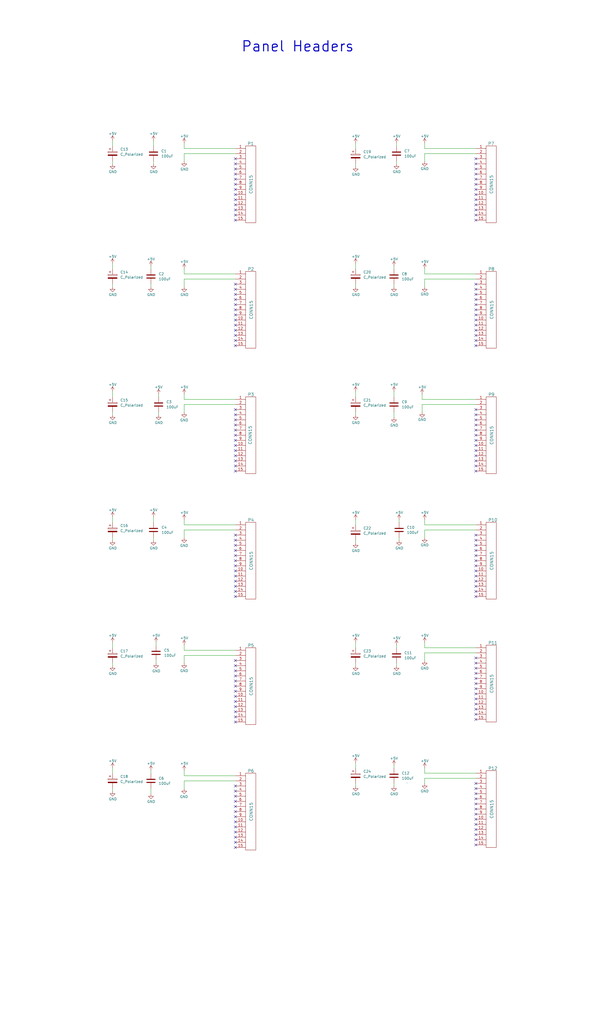
<source format=kicad_sch>
(kicad_sch (version 20250114) (generator "eeschema") (generator_version "9.0")
  (paper "User" 304.8 508)
  (title_block (title "Arena 12-12 G4.1 Belt :: Modular LED Display") (date "2025-07-24") (rev "v0.1") (company "MCN-NET @ Janelia"))
  (lib_symbols
    (symbol "Device:C" (pin_numbers (hide yes)) (pin_names (offset 0.254))
      (property "Reference" "C" (at 0.635 2.54 0))
      (property "Value" "C" (at 0.635 -2.54 0))
      (symbol "C_0_1"
        (polyline (pts (xy -2.032 0.762) (xy 2.032 0.762)) (stroke (width 0.508)))
        (polyline (pts (xy -2.032 -0.762) (xy 2.032 -0.762)) (stroke (width 0.508)))
      )
      (symbol "C_1_1"
        (pin passive line (at 0 3.81 270) (length 2.794) (name "~") (number "1"))
        (pin passive line (at 0 -3.81 90) (length 2.794) (name "~") (number "2"))
      )
    )
    (symbol "Device:C_Polarized" (pin_numbers (hide yes)) (pin_names (offset 0.254))
      (property "Reference" "C" (at 0.635 2.54 0))
      (property "Value" "C_Polarized" (at 0.635 -2.54 0))
      (symbol "C_Polarized_0_1"
        (rectangle (start -2.286 0.508) (end 2.286 1.016))
        (polyline (pts (xy -1.778 2.286) (xy -0.762 2.286)))
        (polyline (pts (xy -1.27 2.794) (xy -1.27 1.778)))
        (rectangle (start 2.286 -0.508) (end -2.286 -1.016) (fill (type outline)))
      )
      (symbol "C_Polarized_1_1"
        (pin passive line (at 0 3.81 270) (length 2.794) (name "~") (number "1"))
        (pin passive line (at 0 -3.81 90) (length 2.794) (name "~") (number "2"))
      )
    )
    (symbol "arena_custom:CONN15" (pin_names (offset 1.016))
      (property "Reference" "P" (at -17.78 6.35 0))
      (property "Value" "CONN15" (at 13.97 6.35 0))
      (symbol "CONN15_0_1"
        (rectangle (start -19.05 5.08) (end 19.05 0))
      )
      (symbol "CONN15_1_1"
        (pin passive line (at -17.78 -5.08 90) (length 5.08) (name "~") (number "1"))
        (pin passive line (at -15.24 -5.08 90) (length 5.08) (name "~") (number "2"))
        (pin passive line (at -12.7 -5.08 90) (length 5.08) (name "~") (number "3"))
        (pin passive line (at -10.16 -5.08 90) (length 5.08) (name "~") (number "4"))
        (pin passive line (at -7.62 -5.08 90) (length 5.08) (name "~") (number "5"))
        (pin passive line (at -5.08 -5.08 90) (length 5.08) (name "~") (number "6"))
        (pin passive line (at -2.54 -5.08 90) (length 5.08) (name "~") (number "7"))
        (pin passive line (at 0 -5.08 90) (length 5.08) (name "~") (number "8"))
        (pin passive line (at 2.54 -5.08 90) (length 5.08) (name "~") (number "9"))
        (pin passive line (at 5.08 -5.08 90) (length 5.08) (name "~") (number "10"))
        (pin passive line (at 7.62 -5.08 90) (length 5.08) (name "~") (number "11"))
        (pin passive line (at 10.16 -5.08 90) (length 5.08) (name "~") (number "12"))
        (pin passive line (at 12.7 -5.08 90) (length 5.08) (name "~") (number "13"))
        (pin passive line (at 15.24 -5.08 90) (length 5.08) (name "~") (number "14"))
        (pin passive line (at 17.78 -5.08 90) (length 5.08) (name "~") (number "15"))
      )
    )
    (symbol "power:+5V" (power) (pin_names (offset 0))
      (property "Value" "+5V" (at 0 3.556 0))
      (symbol "+5V_0_1"
        (polyline (pts (xy -0.762 1.27) (xy 0 2.54)))
        (polyline (pts (xy 0 2.54) (xy 0.762 1.27)))
        (polyline (pts (xy 0 0) (xy 0 2.54)))
      )
      (symbol "+5V_1_1"
        (pin power_in line (at 0 0 90) (length 0) (hide yes) (name "+5V") (number "1"))
      )
    )
    (symbol "power:GND" (power) (pin_names (offset 0))
      (property "Value" "GND" (at 0 -3.81 0))
      (symbol "GND_0_1"
        (polyline (pts (xy 0 0) (xy 0 -1.27) (xy 1.27 -1.27) (xy 0 -2.54) (xy -1.27 -1.27) (xy 0 -1.27)))
      )
      (symbol "GND_1_1"
        (pin power_in line (at 0 0 270) (length 0) (hide yes) (name "GND") (number "1"))
      )
    )
  )
  (bus_alias "PAN3V" (members "RESET" "SCK_0" "MOSI_0" "MISO_0" "SCK_1" "MOSI_1" "MISO_1" "CS_00" "CS_01" "CS_02" "CS_03" "CS_04" "CS_05" "CS_06" "CS_07" "CS_08" "CS_09" "CS_10" "CS_11" "CS_12" "CS_13" "CS_14" "CS_15" "CS_16" "CS_17" "CS_18" "CS_19" "CS_20" "CS_21" "CS_22" "CS_23" "CS_24" "CS_25" "CS_26" "CS_27" "CS_28" "CS_29" "EXT_INT"))
  (bus_alias "PAN5V" (members "SCK_0_P1" "SCK_0_P2" "SCK_0_P3" "SCK_0_P4" "SCK_0_P5" "SCK_0_P5" "SCK_0_P6" "MOSI_0_P1" "MOSI_0_P2" "MOSI_0_P3" "MOSI_0_P4" "MOSI_0_P5" "MOSI_0_P6" "SCK_1_P7" "SCK_1_P8" "SCK_1_P9" "SCK_1_P10" "SCK_1_P11" "SCK_1_P12" "MOSI_1_P7" "MOSI_1_P8" "MOSI_1_P9" "MOSI_1_P10" "MOSI_1_P11" "MOSI_1_P12" "CS_00_P1" "CS_00_P7" "CS_01_P1" "CS_01_P7" "CS_02_P1" "CS_02_P7" "CS_03_P1" "CS_03_P7" "CS_04_P1" "CS_04_P7" "CS_05_P2" "CS_05_P8" "CS_06_P2" "CS_06_P8" "CS_07_P2" "CS_07_P8" "CS_08_P2" "CS_08_P8" "CS_09_P2" "CS_09_P8" "CS_10_P3" "CS_10_P9" "CS_11_P3" "CS_11_P9" "CS_12_P3" "CS_12_P9" "CS_13_P3" "CS_13_P9" "CS_14_P3" "CS_14_P9" "CS_15_P4" "CS_15_P10" "CS_16_P4" "CS_16_P10" "CS_17_P4" "CS_17_P10" "CS_18_P4" "CS_18_P10" "CS_19_P4" "CS_19_P10" "CS_20_P5" "CS_20_P11" "CS_21_P5" "CS_21_P11" "CS_22_P5" "CS_22_P11" "CS_23_P5" "CS_23_P11" "CS_24_P5" "CS_24_P11" "CS_25_P6" "CS_25_P12" "CS_26_P6" "CS_26_P12" "CS_27_P6" "CS_27_P12" "CS_28_P6" "CS_28_P12" "CS_29_P6" "CS_29_P12" "MISO_0" "MISO_1" "RESET" "EXT_INT"))
  (text "Panel Headers" (at 119.634 26.162 0) (effects (font (size 5.08 5.08) (thickness 0.508) (bold yes)) (justify left bottom)))
  (no_connect (at 236.22 208.28))
  (no_connect (at 116.84 140.97))
  (no_connect (at 236.22 267.97))
  (no_connect (at 116.84 78.74))
  (no_connect (at 116.84 101.6))
  (no_connect (at 116.84 358.14))
  (no_connect (at 236.22 153.67))
  (no_connect (at 236.22 393.7))
  (no_connect (at 236.22 403.86))
  (no_connect (at 116.84 389.89))
  (no_connect (at 116.84 267.97))
  (no_connect (at 236.22 326.39))
  (no_connect (at 116.84 412.75))
  (no_connect (at 116.84 153.67))
  (no_connect (at 236.22 354.33))
  (no_connect (at 236.22 93.98))
  (no_connect (at 236.22 109.22))
  (no_connect (at 236.22 213.36))
  (no_connect (at 116.84 148.59))
  (no_connect (at 116.84 273.05))
  (no_connect (at 116.84 213.36))
  (no_connect (at 116.84 392.43))
  (no_connect (at 116.84 96.52))
  (no_connect (at 116.84 106.68))
  (no_connect (at 236.22 163.83))
  (no_connect (at 116.84 283.21))
  (no_connect (at 236.22 215.9))
  (no_connect (at 236.22 280.67))
  (no_connect (at 236.22 143.51))
  (no_connect (at 116.84 275.59))
  (no_connect (at 236.22 166.37))
  (no_connect (at 116.84 353.06))
  (no_connect (at 236.22 346.71))
  (no_connect (at 116.84 158.75))
  (no_connect (at 236.22 293.37))
  (no_connect (at 116.84 143.51))
  (no_connect (at 116.84 171.45))
  (no_connect (at 116.84 290.83))
  (no_connect (at 236.22 275.59))
  (no_connect (at 116.84 91.44))
  (no_connect (at 236.22 88.9))
  (no_connect (at 116.84 265.43))
  (no_connect (at 236.22 78.74))
  (no_connect (at 116.84 231.14))
  (no_connect (at 116.84 228.6))
  (no_connect (at 116.84 86.36))
  (no_connect (at 116.84 203.2))
  (no_connect (at 116.84 280.67))
  (no_connect (at 116.84 109.22))
  (no_connect (at 116.84 270.51))
  (no_connect (at 236.22 265.43))
  (no_connect (at 236.22 210.82))
  (no_connect (at 116.84 93.98))
  (no_connect (at 116.84 210.82))
  (no_connect (at 116.84 394.97))
  (no_connect (at 236.22 148.59))
  (no_connect (at 116.84 146.05))
  (no_connect (at 116.84 350.52))
  (no_connect (at 116.84 168.91))
  (no_connect (at 236.22 388.62))
  (no_connect (at 236.22 414.02))
  (no_connect (at 116.84 226.06))
  (no_connect (at 236.22 290.83))
  (no_connect (at 116.84 99.06))
  (no_connect (at 236.22 146.05))
  (no_connect (at 236.22 96.52))
  (no_connect (at 236.22 99.06))
  (no_connect (at 116.84 278.13))
  (no_connect (at 236.22 356.87))
  (no_connect (at 116.84 288.29))
  (no_connect (at 236.22 288.29))
  (no_connect (at 116.84 340.36))
  (no_connect (at 116.84 295.91))
  (no_connect (at 116.84 208.28))
  (no_connect (at 236.22 83.82))
  (no_connect (at 116.84 327.66))
  (no_connect (at 236.22 231.14))
  (no_connect (at 236.22 158.75))
  (no_connect (at 236.22 273.05))
  (no_connect (at 236.22 398.78))
  (no_connect (at 236.22 411.48))
  (no_connect (at 116.84 81.28))
  (no_connect (at 116.84 83.82))
  (no_connect (at 116.84 420.37))
  (no_connect (at 116.84 400.05))
  (no_connect (at 236.22 331.47))
  (no_connect (at 236.22 205.74))
  (no_connect (at 236.22 328.93))
  (no_connect (at 236.22 140.97))
  (no_connect (at 116.84 104.14))
  (no_connect (at 116.84 205.74))
  (no_connect (at 236.22 104.14))
  (no_connect (at 236.22 295.91))
  (no_connect (at 116.84 163.83))
  (no_connect (at 236.22 334.01))
  (no_connect (at 116.84 293.37))
  (no_connect (at 116.84 397.51))
  (no_connect (at 236.22 416.56))
  (no_connect (at 236.22 171.45))
  (no_connect (at 236.22 339.09))
  (no_connect (at 116.84 345.44))
  (no_connect (at 236.22 203.2))
  (no_connect (at 236.22 161.29))
  (no_connect (at 236.22 401.32))
  (no_connect (at 116.84 405.13))
  (no_connect (at 116.84 347.98))
  (no_connect (at 236.22 106.68))
  (no_connect (at 236.22 226.06))
  (no_connect (at 116.84 332.74))
  (no_connect (at 116.84 335.28))
  (no_connect (at 116.84 415.29))
  (no_connect (at 236.22 408.94))
  (no_connect (at 116.84 161.29))
  (no_connect (at 116.84 330.2))
  (no_connect (at 236.22 419.1))
  (no_connect (at 236.22 396.24))
  (no_connect (at 236.22 86.36))
  (no_connect (at 236.22 391.16))
  (no_connect (at 116.84 220.98))
  (no_connect (at 236.22 228.6))
  (no_connect (at 236.22 233.68))
  (no_connect (at 116.84 223.52))
  (no_connect (at 236.22 218.44))
  (no_connect (at 236.22 220.98))
  (no_connect (at 116.84 285.75))
  (no_connect (at 116.84 410.21))
  (no_connect (at 236.22 351.79))
  (no_connect (at 116.84 218.44))
  (no_connect (at 236.22 101.6))
  (no_connect (at 116.84 407.67))
  (no_connect (at 116.84 337.82))
  (no_connect (at 236.22 151.13))
  (no_connect (at 236.22 336.55))
  (no_connect (at 116.84 156.21))
  (no_connect (at 236.22 349.25))
  (no_connect (at 116.84 417.83))
  (no_connect (at 116.84 233.68))
  (no_connect (at 236.22 406.4))
  (no_connect (at 236.22 223.52))
  (no_connect (at 116.84 215.9))
  (no_connect (at 116.84 342.9))
  (no_connect (at 116.84 151.13))
  (no_connect (at 116.84 402.59))
  (no_connect (at 236.22 91.44))
  (no_connect (at 236.22 278.13))
  (no_connect (at 236.22 341.63))
  (no_connect (at 236.22 283.21))
  (no_connect (at 116.84 166.37))
  (no_connect (at 236.22 156.21))
  (no_connect (at 236.22 81.28))
  (no_connect (at 116.84 88.9))
  (no_connect (at 236.22 168.91))
  (no_connect (at 236.22 344.17))
  (no_connect (at 236.22 270.51))
  (no_connect (at 236.22 285.75))
  (no_connect (at 116.84 355.6))
  (wire (pts (xy 198.12 257.81) (xy 198.12 259.08)))
  (wire (pts (xy 176.53 257.81) (xy 176.53 260.35)))
  (wire (pts (xy 210.82 386.08) (xy 236.22 386.08)))
  (wire (pts (xy 91.44 384.81) (xy 116.84 384.81)))
  (wire (pts (xy 210.82 323.85) (xy 210.82 327.66)))
  (wire (pts (xy 91.44 195.58) (xy 91.44 198.12)))
  (wire (pts (xy 195.58 142.24) (xy 195.58 140.97)))
  (wire (pts (xy 91.44 325.12) (xy 91.44 328.93)))
  (wire (pts (xy 91.44 262.89) (xy 91.44 266.7)))
  (wire (pts (xy 55.88 381) (xy 55.88 383.54)))
  (wire (pts (xy 91.44 198.12) (xy 116.84 198.12)))
  (wire (pts (xy 55.88 318.77) (xy 55.88 321.31)))
  (wire (pts (xy 91.44 322.58) (xy 116.84 322.58)))
  (wire (pts (xy 91.44 320.04) (xy 91.44 322.58)))
  (wire (pts (xy 91.44 387.35) (xy 116.84 387.35)))
  (wire (pts (xy 176.53 130.81) (xy 176.53 133.35)))
  (wire (pts (xy 196.85 320.04) (xy 196.85 321.31)))
  (wire (pts (xy 209.55 195.58) (xy 209.55 198.12)))
  (wire (pts (xy 76.2 80.01) (xy 76.2 81.28)))
  (wire (pts (xy 209.55 200.66) (xy 209.55 204.47)))
  (wire (pts (xy 91.44 382.27) (xy 91.44 384.81)))
  (wire (pts (xy 91.44 260.35) (xy 116.84 260.35)))
  (wire (pts (xy 55.88 328.93) (xy 55.88 330.2)))
  (wire (pts (xy 91.44 133.35) (xy 91.44 135.89)))
  (wire (pts (xy 176.53 388.62) (xy 176.53 389.89)))
  (wire (pts (xy 196.85 80.01) (xy 196.85 81.28)))
  (wire (pts (xy 55.88 130.81) (xy 55.88 133.35)))
  (wire (pts (xy 210.82 71.12) (xy 210.82 73.66)))
  (wire (pts (xy 91.44 200.66) (xy 116.84 200.66)))
  (wire (pts (xy 74.93 391.16) (xy 74.93 393.7)))
  (wire (pts (xy 176.53 318.77) (xy 176.53 321.31)))
  (wire (pts (xy 76.2 69.85) (xy 76.2 72.39)))
  (polyline (pts (xy 202.057 388.366) (xy 202.057 388.493)))
  (wire (pts (xy 176.53 81.28) (xy 176.53 82.55)))
  (wire (pts (xy 198.12 266.7) (xy 198.12 267.97)))
  (wire (pts (xy 196.85 328.93) (xy 196.85 330.2)))
  (wire (pts (xy 195.58 379.73) (xy 195.58 381)))
  (wire (pts (xy 55.88 140.97) (xy 55.88 142.24)))
  (wire (pts (xy 74.93 382.27) (xy 74.93 383.54)))
  (wire (pts (xy 210.82 138.43) (xy 236.22 138.43)))
  (wire (pts (xy 210.82 257.81) (xy 210.82 260.35)))
  (wire (pts (xy 210.82 73.66) (xy 236.22 73.66)))
  (wire (pts (xy 91.44 73.66) (xy 116.84 73.66)))
  (wire (pts (xy 176.53 71.12) (xy 176.53 73.66)))
  (wire (pts (xy 91.44 262.89) (xy 116.84 262.89)))
  (wire (pts (xy 209.55 200.66) (xy 236.22 200.66)))
  (wire (pts (xy 78.74 195.58) (xy 78.74 196.85)))
  (wire (pts (xy 210.82 321.31) (xy 236.22 321.31)))
  (wire (pts (xy 210.82 260.35) (xy 236.22 260.35)))
  (wire (pts (xy 91.44 138.43) (xy 116.84 138.43)))
  (wire (pts (xy 55.88 266.7) (xy 55.88 267.97)))
  (wire (pts (xy 210.82 386.08) (xy 210.82 388.62)))
  (wire (pts (xy 210.82 262.89) (xy 210.82 266.7)))
  (wire (pts (xy 78.74 204.47) (xy 78.74 205.74)))
  (wire (pts (xy 210.82 262.89) (xy 236.22 262.89)))
  (wire (pts (xy 77.47 318.77) (xy 77.47 320.04)))
  (wire (pts (xy 55.88 256.54) (xy 55.88 259.08)))
  (wire (pts (xy 209.55 198.12) (xy 236.22 198.12)))
  (wire (pts (xy 91.44 257.81) (xy 91.44 260.35)))
  (wire (pts (xy 210.82 76.2) (xy 210.82 80.01)))
  (wire (pts (xy 210.82 323.85) (xy 236.22 323.85)))
  (wire (pts (xy 55.88 80.01) (xy 55.88 81.28)))
  (wire (pts (xy 176.53 267.97) (xy 176.53 269.24)))
  (wire (pts (xy 210.82 135.89) (xy 236.22 135.89)))
  (wire (pts (xy 210.82 383.54) (xy 236.22 383.54)))
  (wire (pts (xy 195.58 204.47) (xy 195.58 207.01)))
  (wire (pts (xy 74.93 132.08) (xy 74.93 133.35)))
  (wire (pts (xy 176.53 328.93) (xy 176.53 330.2)))
  (wire (pts (xy 195.58 194.31) (xy 195.58 196.85)))
  (wire (pts (xy 210.82 138.43) (xy 210.82 142.24)))
  (wire (pts (xy 91.44 387.35) (xy 91.44 391.16)))
  (wire (pts (xy 76.2 256.54) (xy 76.2 259.08)))
  (wire (pts (xy 91.44 200.66) (xy 91.44 204.47)))
  (wire (pts (xy 91.44 76.2) (xy 91.44 80.01)))
  (wire (pts (xy 210.82 318.77) (xy 210.82 321.31)))
  (wire (pts (xy 176.53 140.97) (xy 176.53 142.24)))
  (wire (pts (xy 91.44 76.2) (xy 116.84 76.2)))
  (wire (pts (xy 195.58 132.08) (xy 195.58 133.35)))
  (wire (pts (xy 210.82 133.35) (xy 210.82 135.89)))
  (wire (pts (xy 176.53 194.31) (xy 176.53 196.85)))
  (wire (pts (xy 91.44 138.43) (xy 91.44 142.24)))
  (wire (pts (xy 76.2 266.7) (xy 76.2 267.97)))
  (wire (pts (xy 210.82 76.2) (xy 236.22 76.2)))
  (wire (pts (xy 77.47 327.66) (xy 77.47 328.93)))
  (wire (pts (xy 74.93 140.97) (xy 74.93 142.24)))
  (wire (pts (xy 196.85 71.12) (xy 196.85 72.39)))
  (wire (pts (xy 210.82 381) (xy 210.82 383.54)))
  (wire (pts (xy 91.44 135.89) (xy 116.84 135.89)))
  (wire (pts (xy 91.44 325.12) (xy 116.84 325.12)))
  (wire (pts (xy 91.44 71.12) (xy 91.44 73.66)))
  (wire (pts (xy 55.88 194.31) (xy 55.88 196.85)))
  (wire (pts (xy 55.88 391.16) (xy 55.88 392.43)))
  (wire (pts (xy 55.88 204.47) (xy 55.88 205.74)))
  (wire (pts (xy 195.58 388.62) (xy 195.58 389.89)))
  (wire (pts (xy 55.88 69.85) (xy 55.88 72.39)))
  (wire (pts (xy 176.53 378.46) (xy 176.53 381)))
  (wire (pts (xy 176.53 204.47) (xy 176.53 205.74)))
  (symbol (lib_id "power:GND") (at 210.82 80.01 0) (unit 1)
    (property "Reference" "#PWR044" (effects (hide yes)))
    (property "Value" "GND" (at 210.82 83.693 0))
  )
  (symbol (lib_id "power:+5V") (at 91.44 382.27 0) (unit 1)
    (property "Reference" "#PWR038" (effects (hide yes)))
    (property "Value" "+5V" (at 91.44 378.714 0))
  )
  (symbol (lib_id "Device:C") (at 195.58 137.16 0) (unit 1)
    (property "Reference" "C8" (at 199.39 135.8899 0) (effects (justify left)))
    (property "Value" "100uF" (at 199.39 138.4299 0) (effects (justify left)))
    (property "Footprint" "Capacitor_SMD:C_1210_3225Metric" (effects (hide yes)))
    (property "Datasheet" "https://www.lcsc.com/datasheet/lcsc_datasheet_2403201122_Chinocera-HGC1210R5107M160NSVK_C7432790.pdf" (effects (hide yes)))
    (property "LCSC Part #" "C7432790" (effects (hide yes)))
    (property "MPN" "HGC1210R5107M160NSVK" (effects (hide yes)))
  )
  (symbol (lib_id "arena_custom:CONN15") (at 121.92 340.36 270) (unit 1)
    (property "Reference" "P5" (at 122.936 320.167 90) (effects (font (size 1.524 1.524)) (justify left)))
    (property "Value" "CONN15" (at 124.714 335.661 0) (effects (font (size 1.524 1.524)) (justify left)))
    (property "Footprint" "Connector_PinHeader_2.54mm:PinHeader_1x15_P2.54mm_Horizontal" (effects (hide yes)))
    (property "Datasheet" "https://lcsc.com/datasheet/lcsc_datasheet_2410121532_chxunda-XDZ254-1-15-W-2-5-G1_C18905875.pdf" (effects (hide yes)))
    (property "DigiKey PN" "S1011EC-40-ND" (effects (hide yes)))
    (property "LCSC Part #" "C18905875" (effects (hide yes)))
    (property "MPN" "XDZ254-1-15-W-2.5-G1" (effects (hide yes)))
  )
  (symbol (lib_id "power:+5V") (at 55.88 318.77 0) (unit 1)
    (property "Reference" "#PWR017" (effects (hide yes)))
    (property "Value" "+5V" (at 55.88 315.214 0))
  )
  (symbol (lib_id "Device:C_Polarized") (at 55.88 76.2 0) (unit 1)
    (property "Reference" "C13" (at 59.69 74.0409 0) (effects (justify left)))
    (property "Value" "C_Polarized" (at 59.69 76.5809 0) (effects (justify left)))
    (property "Footprint" "Capacitor_SMD:CP_Elec_6.3x7.7" (effects (hide yes)))
    (property "Datasheet" "https://octopart.com/datasheet/eeefth101xap-panasonic-19787188" (effects (hide yes)))
    (property "Description" "Polarized capacitor" (effects (hide yes)))
    (property "DigiKey PN" "PCE5024TR-ND" (effects (hide yes)))
    (property "LCSC Part #" "C165974" (effects (hide yes)))
    (property "MPN" "EEEFTH101XAP" (effects (hide yes)))
  )
  (symbol (lib_id "power:GND") (at 91.44 142.24 0) (unit 1)
    (property "Reference" "#PWR051" (effects (hide yes)))
    (property "Value" "GND" (at 91.567 146.177 0))
  )
  (symbol (lib_id "power:GND") (at 74.93 393.7 0) (unit 1)
    (property "Reference" "#PWR090" (effects (hide yes)))
    (property "Value" "GND" (at 75.057 397.637 0))
  )
  (symbol (lib_id "Device:C_Polarized") (at 55.88 200.66 0) (unit 1)
    (property "Reference" "C15" (at 59.69 198.5009 0) (effects (justify left)))
    (property "Value" "C_Polarized" (at 59.69 201.0409 0) (effects (justify left)))
    (property "Footprint" "Capacitor_SMD:CP_Elec_6.3x7.7" (effects (hide yes)))
    (property "Datasheet" "https://octopart.com/datasheet/eeefth101xap-panasonic-19787188" (effects (hide yes)))
    (property "Description" "Polarized capacitor" (effects (hide yes)))
    (property "DigiKey PN" "PCE5024TR-ND" (effects (hide yes)))
    (property "LCSC Part #" "C165974" (effects (hide yes)))
    (property "MPN" "EEEFTH101XAP" (effects (hide yes)))
  )
  (symbol (lib_id "power:+5V") (at 55.88 381 0) (unit 1)
    (property "Reference" "#PWR019" (effects (hide yes)))
    (property "Value" "+5V" (at 55.88 377.444 0))
  )
  (symbol (lib_id "Device:C") (at 198.12 262.89 0) (unit 1)
    (property "Reference" "C10" (at 201.93 261.6199 0) (effects (justify left)))
    (property "Value" "100uF" (at 201.93 264.1599 0) (effects (justify left)))
    (property "Footprint" "Capacitor_SMD:C_1210_3225Metric" (effects (hide yes)))
    (property "Datasheet" "https://www.lcsc.com/datasheet/lcsc_datasheet_2403201122_Chinocera-HGC1210R5107M160NSVK_C7432790.pdf" (effects (hide yes)))
    (property "LCSC Part #" "C7432790" (effects (hide yes)))
    (property "MPN" "HGC1210R5107M160NSVK" (effects (hide yes)))
  )
  (symbol (lib_id "power:GND") (at 195.58 142.24 0) (unit 1)
    (property "Reference" "#PWR094" (effects (hide yes)))
    (property "Value" "GND" (at 195.707 146.177 0))
  )
  (symbol (lib_id "Device:C") (at 76.2 76.2 0) (unit 1)
    (property "Reference" "C1" (at 80.01 74.9299 0) (effects (justify left)))
    (property "Value" "100uF" (at 80.01 77.4699 0) (effects (justify left)))
    (property "Footprint" "Capacitor_SMD:C_1210_3225Metric" (effects (hide yes)))
    (property "Datasheet" "https://www.lcsc.com/datasheet/lcsc_datasheet_2403201122_Chinocera-HGC1210R5107M160NSVK_C7432790.pdf" (effects (hide yes)))
    (property "LCSC Part #" "C7432790" (effects (hide yes)))
    (property "MPN" "HGC1210R5107M160NSVK" (effects (hide yes)))
  )
  (symbol (lib_id "power:+5V") (at 195.58 132.08 0) (unit 1)
    (property "Reference" "#PWR093" (effects (hide yes)))
    (property "Value" "+5V" (at 195.58 128.524 0))
  )
  (symbol (lib_id "power:+5V") (at 176.53 130.81 0) (unit 1)
    (property "Reference" "#PWR027" (effects (hide yes)))
    (property "Value" "+5V" (at 176.53 127.254 0))
  )
  (symbol (lib_id "power:GND") (at 196.85 81.28 0) (unit 1)
    (property "Reference" "#PWR092" (effects (hide yes)))
    (property "Value" "GND" (at 196.977 85.217 0))
  )
  (symbol (lib_id "Device:C_Polarized") (at 55.88 137.16 0) (unit 1)
    (property "Reference" "C14" (at 59.69 135.0009 0) (effects (justify left)))
    (property "Value" "C_Polarized" (at 59.69 137.5409 0) (effects (justify left)))
    (property "Footprint" "Capacitor_SMD:CP_Elec_6.3x7.7" (effects (hide yes)))
    (property "Datasheet" "https://octopart.com/datasheet/eeefth101xap-panasonic-19787188" (effects (hide yes)))
    (property "Description" "Polarized capacitor" (effects (hide yes)))
    (property "DigiKey PN" "PCE5024TR-ND" (effects (hide yes)))
    (property "LCSC Part #" "C165974" (effects (hide yes)))
    (property "MPN" "EEEFTH101XAP" (effects (hide yes)))
  )
  (symbol (lib_id "Device:C_Polarized") (at 176.53 325.12 0) (unit 1)
    (property "Reference" "C23" (at 180.34 322.9609 0) (effects (justify left)))
    (property "Value" "C_Polarized" (at 180.34 325.5009 0) (effects (justify left)))
    (property "Footprint" "Capacitor_SMD:CP_Elec_6.3x7.7" (effects (hide yes)))
    (property "Datasheet" "https://octopart.com/datasheet/eeefth101xap-panasonic-19787188" (effects (hide yes)))
    (property "Description" "Polarized capacitor" (effects (hide yes)))
    (property "DigiKey PN" "PCE5024TR-ND" (effects (hide yes)))
    (property "LCSC Part #" "C165974" (effects (hide yes)))
    (property "MPN" "EEEFTH101XAP" (effects (hide yes)))
  )
  (symbol (lib_id "power:GND") (at 91.44 391.16 0) (unit 1)
    (property "Reference" "#PWR059" (effects (hide yes)))
    (property "Value" "GND" (at 91.313 395.224 0))
  )
  (symbol (lib_id "arena_custom:CONN15") (at 121.92 278.13 270) (unit 1)
    (property "Reference" "P4" (at 122.936 257.937 90) (effects (font (size 1.524 1.524)) (justify left)))
    (property "Value" "CONN15" (at 124.714 273.431 0) (effects (font (size 1.524 1.524)) (justify left)))
    (property "Footprint" "Connector_PinHeader_2.54mm:PinHeader_1x15_P2.54mm_Horizontal" (effects (hide yes)))
    (property "Datasheet" "https://lcsc.com/datasheet/lcsc_datasheet_2410121532_chxunda-XDZ254-1-15-W-2-5-G1_C18905875.pdf" (effects (hide yes)))
    (property "DigiKey PN" "S1011EC-40-ND" (effects (hide yes)))
    (property "LCSC Part #" "C18905875" (effects (hide yes)))
    (property "MPN" "XDZ254-1-15-W-2.5-G1" (effects (hide yes)))
  )
  (symbol (lib_id "Device:C_Polarized") (at 176.53 77.47 0) (unit 1)
    (property "Reference" "C19" (at 180.34 75.3109 0) (effects (justify left)))
    (property "Value" "C_Polarized" (at 180.34 77.8509 0) (effects (justify left)))
    (property "Footprint" "Capacitor_SMD:CP_Elec_6.3x7.7" (effects (hide yes)))
    (property "Datasheet" "https://octopart.com/datasheet/eeefth101xap-panasonic-19787188" (effects (hide yes)))
    (property "Description" "Polarized capacitor" (effects (hide yes)))
    (property "DigiKey PN" "PCE5024TR-ND" (effects (hide yes)))
    (property "LCSC Part #" "C165974" (effects (hide yes)))
    (property "MPN" "EEEFTH101XAP" (effects (hide yes)))
  )
  (symbol (lib_id "power:GND") (at 74.93 142.24 0) (unit 1)
    (property "Reference" "#PWR082" (effects (hide yes)))
    (property "Value" "GND" (at 75.057 146.177 0))
  )
  (symbol (lib_id "power:GND") (at 91.44 266.7 0) (unit 1)
    (property "Reference" "#PWR055" (effects (hide yes)))
    (property "Value" "GND" (at 91.44 270.637 0))
  )
  (symbol (lib_id "power:+5V") (at 210.82 381 0) (unit 1)
    (property "Reference" "#PWR058" (effects (hide yes)))
    (property "Value" "+5V" (at 210.82 377.444 0))
  )
  (symbol (lib_id "power:+5V") (at 91.44 71.12 0) (unit 1)
    (property "Reference" "#PWR02" (effects (hide yes)))
    (property "Value" "+5V" (at 91.44 67.564 0))
  )
  (symbol (lib_id "power:+5V") (at 210.82 71.12 0) (unit 1)
    (property "Reference" "#PWR078" (effects (hide yes)))
    (property "Value" "+5V" (at 210.82 67.564 0))
  )
  (symbol (lib_id "power:+5V") (at 77.47 318.77 0) (unit 1)
    (property "Reference" "#PWR087" (effects (hide yes)))
    (property "Value" "+5V" (at 77.47 315.214 0))
  )
  (symbol (lib_id "arena_custom:CONN15") (at 241.3 339.09 270) (unit 1)
    (property "Reference" "P11" (at 242.316 318.897 90) (effects (font (size 1.524 1.524)) (justify left)))
    (property "Value" "CONN15" (at 244.094 334.391 0) (effects (font (size 1.524 1.524)) (justify left)))
    (property "Footprint" "Connector_PinHeader_2.54mm:PinHeader_1x15_P2.54mm_Horizontal" (effects (hide yes)))
    (property "Datasheet" "https://lcsc.com/datasheet/lcsc_datasheet_2410121532_chxunda-XDZ254-1-15-W-2-5-G1_C18905875.pdf" (effects (hide yes)))
    (property "DigiKey PN" "S1011EC-40-ND" (effects (hide yes)))
    (property "LCSC Part #" "C18905875" (effects (hide yes)))
    (property "MPN" "XDZ254-1-15-W-2.5-G1" (effects (hide yes)))
  )
  (symbol (lib_id "power:GND") (at 55.88 205.74 0) (unit 1)
    (property "Reference" "#PWR014" (effects (hide yes)))
    (property "Value" "GND" (at 56.007 209.677 0))
  )
  (symbol (lib_id "Device:C") (at 76.2 262.89 0) (unit 1)
    (property "Reference" "C4" (at 80.137 261.6199 0) (effects (justify left)))
    (property "Value" "100uF" (at 80.137 264.1599 0) (effects (justify left)))
    (property "Footprint" "Capacitor_SMD:C_1210_3225Metric" (effects (hide yes)))
    (property "Datasheet" "https://www.lcsc.com/datasheet/lcsc_datasheet_2403201122_Chinocera-HGC1210R5107M160NSVK_C7432790.pdf" (effects (hide yes)))
    (property "LCSC Part #" "C7432790" (effects (hide yes)))
    (property "MPN" "HGC1210R5107M160NSVK" (effects (hide yes)))
  )
  (symbol (lib_id "Device:C") (at 195.58 200.66 0) (unit 1)
    (property "Reference" "C9" (at 199.39 199.3899 0) (effects (justify left)))
    (property "Value" "100uF" (at 199.39 201.9299 0) (effects (justify left)))
    (property "Footprint" "Capacitor_SMD:C_1210_3225Metric" (effects (hide yes)))
    (property "Datasheet" "https://www.lcsc.com/datasheet/lcsc_datasheet_2403201122_Chinocera-HGC1210R5107M160NSVK_C7432790.pdf" (effects (hide yes)))
    (property "LCSC Part #" "C7432790" (effects (hide yes)))
    (property "MPN" "HGC1210R5107M160NSVK" (effects (hide yes)))
  )
  (symbol (lib_id "power:GND") (at 55.88 392.43 0) (unit 1)
    (property "Reference" "#PWR020" (effects (hide yes)))
    (property "Value" "GND" (at 56.007 396.367 0))
  )
  (symbol (lib_id "Device:C_Polarized") (at 176.53 200.66 0) (unit 1)
    (property "Reference" "C21" (at 180.34 198.5009 0) (effects (justify left)))
    (property "Value" "C_Polarized" (at 180.34 201.0409 0) (effects (justify left)))
    (property "Footprint" "Capacitor_SMD:CP_Elec_6.3x7.7" (effects (hide yes)))
    (property "Datasheet" "https://octopart.com/datasheet/eeefth101xap-panasonic-19787188" (effects (hide yes)))
    (property "Description" "Polarized capacitor" (effects (hide yes)))
    (property "DigiKey PN" "PCE5024TR-ND" (effects (hide yes)))
    (property "LCSC Part #" "C165974" (effects (hide yes)))
    (property "MPN" "EEEFTH101XAP" (effects (hide yes)))
  )
  (symbol (lib_id "power:GND") (at 210.82 327.66 0) (unit 1)
    (property "Reference" "#PWR048" (effects (hide yes)))
    (property "Value" "GND" (at 210.82 331.47 0))
  )
  (symbol (lib_id "power:GND") (at 195.58 207.01 0) (unit 1)
    (property "Reference" "#PWR096" (effects (hide yes)))
    (property "Value" "GND" (at 195.707 210.947 0))
  )
  (symbol (lib_id "power:GND") (at 77.47 328.93 0) (unit 1)
    (property "Reference" "#PWR088" (effects (hide yes)))
    (property "Value" "GND" (at 77.597 332.867 0))
  )
  (symbol (lib_id "power:GND") (at 210.82 266.7 0) (unit 1)
    (property "Reference" "#PWR047" (effects (hide yes)))
    (property "Value" "GND" (at 210.82 270.383 0))
  )
  (symbol (lib_id "Device:C") (at 78.74 200.66 0) (unit 1)
    (property "Reference" "C3" (at 82.55 199.3899 0) (effects (justify left)))
    (property "Value" "100uF" (at 82.55 201.9299 0) (effects (justify left)))
    (property "Footprint" "Capacitor_SMD:C_1210_3225Metric" (effects (hide yes)))
    (property "Datasheet" "https://www.lcsc.com/datasheet/lcsc_datasheet_2403201122_Chinocera-HGC1210R5107M160NSVK_C7432790.pdf" (effects (hide yes)))
    (property "LCSC Part #" "C7432790" (effects (hide yes)))
    (property "MPN" "HGC1210R5107M160NSVK" (effects (hide yes)))
  )
  (symbol (lib_id "power:+5V") (at 196.85 71.12 0) (unit 1)
    (property "Reference" "#PWR091" (effects (hide yes)))
    (property "Value" "+5V" (at 196.85 67.564 0))
  )
  (symbol (lib_id "power:GND") (at 198.12 267.97 0) (unit 1)
    (property "Reference" "#PWR098" (effects (hide yes)))
    (property "Value" "GND" (at 198.247 271.907 0))
  )
  (symbol (lib_id "power:GND") (at 76.2 81.28 0) (unit 1)
    (property "Reference" "#PWR080" (effects (hide yes)))
    (property "Value" "GND" (at 76.327 85.217 0))
  )
  (symbol (lib_id "power:+5V") (at 198.12 257.81 0) (unit 1)
    (property "Reference" "#PWR097" (effects (hide yes)))
    (property "Value" "+5V" (at 198.12 254.254 0))
  )
  (symbol (lib_id "power:GND") (at 55.88 81.28 0) (unit 1)
    (property "Reference" "#PWR05" (effects (hide yes)))
    (property "Value" "GND" (at 56.007 85.217 0))
  )
  (symbol (lib_id "power:+5V") (at 195.58 379.73 0) (unit 1)
    (property "Reference" "#PWR0101" (effects (hide yes)))
    (property "Value" "+5V" (at 195.58 376.174 0))
  )
  (symbol (lib_id "arena_custom:CONN15") (at 241.3 215.9 270) (unit 1)
    (property "Reference" "P9" (at 242.316 195.707 90) (effects (font (size 1.524 1.524)) (justify left)))
    (property "Value" "CONN15" (at 244.094 211.201 0) (effects (font (size 1.524 1.524)) (justify left)))
    (property "Footprint" "Connector_PinHeader_2.54mm:PinHeader_1x15_P2.54mm_Horizontal" (effects (hide yes)))
    (property "Datasheet" "https://lcsc.com/datasheet/lcsc_datasheet_2410121532_chxunda-XDZ254-1-15-W-2-5-G1_C18905875.pdf" (effects (hide yes)))
    (property "DigiKey PN" "S1011EC-40-ND" (effects (hide yes)))
    (property "LCSC Part #" "C18905875" (effects (hide yes)))
    (property "MPN" "XDZ254-1-15-W-2.5-G1" (effects (hide yes)))
  )
  (symbol (lib_id "power:+5V") (at 195.58 194.31 0) (unit 1)
    (property "Reference" "#PWR095" (effects (hide yes)))
    (property "Value" "+5V" (at 195.58 190.754 0))
  )
  (symbol (lib_id "Device:C") (at 74.93 387.35 0) (unit 1)
    (property "Reference" "C6" (at 78.74 386.0799 0) (effects (justify left)))
    (property "Value" "100uF" (at 78.74 388.6199 0) (effects (justify left)))
    (property "Footprint" "Capacitor_SMD:C_1210_3225Metric" (effects (hide yes)))
    (property "Datasheet" "https://www.lcsc.com/datasheet/lcsc_datasheet_2403201122_Chinocera-HGC1210R5107M160NSVK_C7432790.pdf" (effects (hide yes)))
    (property "LCSC Part #" "C7432790" (effects (hide yes)))
    (property "MPN" "HGC1210R5107M160NSVK" (effects (hide yes)))
  )
  (symbol (lib_id "arena_custom:CONN15") (at 121.92 402.59 270) (unit 1)
    (property "Reference" "P6" (at 122.936 382.397 90) (effects (font (size 1.524 1.524)) (justify left)))
    (property "Value" "CONN15" (at 124.714 397.891 0) (effects (font (size 1.524 1.524)) (justify left)))
    (property "Footprint" "Connector_PinHeader_2.54mm:PinHeader_1x15_P2.54mm_Horizontal" (effects (hide yes)))
    (property "Datasheet" "https://lcsc.com/datasheet/lcsc_datasheet_2410121532_chxunda-XDZ254-1-15-W-2-5-G1_C18905875.pdf" (effects (hide yes)))
    (property "DigiKey PN" "S1011EC-40-ND" (effects (hide yes)))
    (property "LCSC Part #" "C18905875" (effects (hide yes)))
    (property "MPN" "XDZ254-1-15-W-2.5-G1" (effects (hide yes)))
  )
  (symbol (lib_id "power:GND") (at 55.88 330.2 0) (unit 1)
    (property "Reference" "#PWR018" (effects (hide yes)))
    (property "Value" "GND" (at 56.007 334.137 0))
  )
  (symbol (lib_id "power:GND") (at 91.44 328.93 0) (unit 1)
    (property "Reference" "#PWR057" (effects (hide yes)))
    (property "Value" "GND" (at 91.44 332.74 0))
  )
  (symbol (lib_id "Device:C_Polarized") (at 176.53 137.16 0) (unit 1)
    (property "Reference" "C20" (at 180.34 135.0009 0) (effects (justify left)))
    (property "Value" "C_Polarized" (at 180.34 137.5409 0) (effects (justify left)))
    (property "Footprint" "Capacitor_SMD:CP_Elec_6.3x7.7" (effects (hide yes)))
    (property "Datasheet" "https://octopart.com/datasheet/eeefth101xap-panasonic-19787188" (effects (hide yes)))
    (property "Description" "Polarized capacitor" (effects (hide yes)))
    (property "DigiKey PN" "PCE5024TR-ND" (effects (hide yes)))
    (property "LCSC Part #" "C165974" (effects (hide yes)))
    (property "MPN" "EEEFTH101XAP" (effects (hide yes)))
  )
  (symbol (lib_id "power:+5V") (at 76.2 256.54 0) (unit 1)
    (property "Reference" "#PWR085" (effects (hide yes)))
    (property "Value" "+5V" (at 76.2 252.984 0))
  )
  (symbol (lib_id "arena_custom:CONN15") (at 241.3 401.32 270) (unit 1)
    (property "Reference" "P12" (at 242.316 381.127 90) (effects (font (size 1.524 1.524)) (justify left)))
    (property "Value" "CONN15" (at 244.094 396.621 0) (effects (font (size 1.524 1.524)) (justify left)))
    (property "Footprint" "Connector_PinHeader_2.54mm:PinHeader_1x15_P2.54mm_Horizontal" (effects (hide yes)))
    (property "Datasheet" "https://lcsc.com/datasheet/lcsc_datasheet_2410121532_chxunda-XDZ254-1-15-W-2-5-G1_C18905875.pdf" (effects (hide yes)))
    (property "DigiKey PN" "S1011EC-40-ND" (effects (hide yes)))
    (property "LCSC Part #" "C18905875" (effects (hide yes)))
    (property "MPN" "XDZ254-1-15-W-2.5-G1" (effects (hide yes)))
  )
  (symbol (lib_id "power:+5V") (at 74.93 132.08 0) (unit 1)
    (property "Reference" "#PWR081" (effects (hide yes)))
    (property "Value" "+5V" (at 74.93 128.524 0))
  )
  (symbol (lib_id "arena_custom:CONN15") (at 121.92 91.44 270) (unit 1)
    (property "Reference" "P1" (at 122.809 71.247 90) (effects (font (size 1.524 1.524)) (justify left)))
    (property "Value" "CONN15" (at 124.587 86.741 0) (effects (font (size 1.524 1.524)) (justify left)))
    (property "Footprint" "Connector_PinHeader_2.54mm:PinHeader_1x15_P2.54mm_Horizontal" (effects (hide yes)))
    (property "Datasheet" "https://lcsc.com/datasheet/lcsc_datasheet_2410121532_chxunda-XDZ254-1-15-W-2-5-G1_C18905875.pdf" (effects (hide yes)))
    (property "DigiKey PN" "S1011EC-40-ND" (effects (hide yes)))
    (property "LCSC Part #" "C18905875" (effects (hide yes)))
    (property "MPN" "XDZ254-1-15-W-2.5-G1" (effects (hide yes)))
  )
  (symbol (lib_id "Device:C") (at 74.93 137.16 0) (unit 1)
    (property "Reference" "C2" (at 78.74 135.8899 0) (effects (justify left)))
    (property "Value" "100uF" (at 78.74 138.4299 0) (effects (justify left)))
    (property "Footprint" "Capacitor_SMD:C_1210_3225Metric" (effects (hide yes)))
    (property "Datasheet" "https://www.lcsc.com/datasheet/lcsc_datasheet_2403201122_Chinocera-HGC1210R5107M160NSVK_C7432790.pdf" (effects (hide yes)))
    (property "LCSC Part #" "C7432790" (effects (hide yes)))
    (property "MPN" "HGC1210R5107M160NSVK" (effects (hide yes)))
  )
  (symbol (lib_id "power:GND") (at 55.88 142.24 0) (unit 1)
    (property "Reference" "#PWR07" (effects (hide yes)))
    (property "Value" "GND" (at 56.007 146.177 0))
  )
  (symbol (lib_id "power:+5V") (at 91.44 133.35 0) (unit 1)
    (property "Reference" "#PWR021" (effects (hide yes)))
    (property "Value" "+5V" (at 91.44 129.794 0))
  )
  (symbol (lib_id "arena_custom:CONN15") (at 241.3 153.67 270) (unit 1)
    (property "Reference" "P8" (at 242.316 133.477 90) (effects (font (size 1.524 1.524)) (justify left)))
    (property "Value" "CONN15" (at 244.094 148.971 0) (effects (font (size 1.524 1.524)) (justify left)))
    (property "Footprint" "Connector_PinHeader_2.54mm:PinHeader_1x15_P2.54mm_Horizontal" (effects (hide yes)))
    (property "Datasheet" "https://lcsc.com/datasheet/lcsc_datasheet_2410121532_chxunda-XDZ254-1-15-W-2-5-G1_C18905875.pdf" (effects (hide yes)))
    (property "DigiKey PN" "S1011EC-40-ND" (effects (hide yes)))
    (property "LCSC Part #" "C18905875" (effects (hide yes)))
    (property "MPN" "XDZ254-1-15-W-2.5-G1" (effects (hide yes)))
  )
  (symbol (lib_id "power:+5V") (at 55.88 194.31 0) (unit 1)
    (property "Reference" "#PWR012" (effects (hide yes)))
    (property "Value" "+5V" (at 55.88 190.754 0))
  )
  (symbol (lib_id "Device:C") (at 196.85 76.2 0) (unit 1)
    (property "Reference" "C7" (at 200.66 74.9299 0) (effects (justify left)))
    (property "Value" "100uF" (at 200.66 77.4699 0) (effects (justify left)))
    (property "Footprint" "Capacitor_SMD:C_1210_3225Metric" (effects (hide yes)))
    (property "Datasheet" "https://www.lcsc.com/datasheet/lcsc_datasheet_2403201122_Chinocera-HGC1210R5107M160NSVK_C7432790.pdf" (effects (hide yes)))
    (property "LCSC Part #" "C7432790" (effects (hide yes)))
    (property "MPN" "HGC1210R5107M160NSVK" (effects (hide yes)))
  )
  (symbol (lib_id "power:GND") (at 176.53 82.55 0) (unit 1)
    (property "Reference" "#PWR026" (effects (hide yes)))
    (property "Value" "GND" (at 176.657 86.487 0))
  )
  (symbol (lib_id "power:GND") (at 210.82 142.24 0) (unit 1)
    (property "Reference" "#PWR045" (effects (hide yes)))
    (property "Value" "GND" (at 210.82 145.923 0))
  )
  (symbol (lib_id "power:GND") (at 91.44 204.47 0) (unit 1)
    (property "Reference" "#PWR053" (effects (hide yes)))
    (property "Value" "GND" (at 91.44 208.407 0))
  )
  (symbol (lib_id "Device:C_Polarized") (at 55.88 387.35 0) (unit 1)
    (property "Reference" "C18" (at 59.69 385.1909 0) (effects (justify left)))
    (property "Value" "C_Polarized" (at 59.69 387.7309 0) (effects (justify left)))
    (property "Footprint" "Capacitor_SMD:CP_Elec_6.3x7.7" (effects (hide yes)))
    (property "Datasheet" "https://octopart.com/datasheet/eeefth101xap-panasonic-19787188" (effects (hide yes)))
    (property "Description" "Polarized capacitor" (effects (hide yes)))
    (property "DigiKey PN" "PCE5024TR-ND" (effects (hide yes)))
    (property "LCSC Part #" "C165974" (effects (hide yes)))
    (property "MPN" "EEEFTH101XAP" (effects (hide yes)))
  )
  (symbol (lib_id "power:+5V") (at 210.82 257.81 0) (unit 1)
    (property "Reference" "#PWR054" (effects (hide yes)))
    (property "Value" "+5V" (at 210.82 254.254 0))
  )
  (symbol (lib_id "power:+5V") (at 176.53 257.81 0) (unit 1)
    (property "Reference" "#PWR031" (effects (hide yes)))
    (property "Value" "+5V" (at 176.53 254.254 0))
  )
  (symbol (lib_id "power:+5V") (at 210.82 318.77 0) (unit 1)
    (property "Reference" "#PWR056" (effects (hide yes)))
    (property "Value" "+5V" (at 210.82 315.214 0))
  )
  (symbol (lib_id "power:+5V") (at 176.53 71.12 0) (unit 1)
    (property "Reference" "#PWR025" (effects (hide yes)))
    (property "Value" "+5V" (at 176.53 67.564 0))
  )
  (symbol (lib_id "arena_custom:CONN15") (at 121.92 215.9 270) (unit 1)
    (property "Reference" "P3" (at 122.936 195.707 90) (effects (font (size 1.524 1.524)) (justify left)))
    (property "Value" "CONN15" (at 124.206 211.074 0) (effects (font (size 1.524 1.524)) (justify left)))
    (property "Footprint" "Connector_PinHeader_2.54mm:PinHeader_1x15_P2.54mm_Horizontal" (effects (hide yes)))
    (property "Datasheet" "https://lcsc.com/datasheet/lcsc_datasheet_2410121532_chxunda-XDZ254-1-15-W-2-5-G1_C18905875.pdf" (effects (hide yes)))
    (property "DigiKey PN" "S1011EC-40-ND" (effects (hide yes)))
    (property "LCSC Part #" "C18905875" (effects (hide yes)))
    (property "MPN" "XDZ254-1-15-W-2.5-G1" (effects (hide yes)))
  )
  (symbol (lib_id "Device:C") (at 195.58 384.81 0) (unit 1)
    (property "Reference" "C12" (at 199.39 383.5399 0) (effects (justify left)))
    (property "Value" "100uF" (at 199.39 386.0799 0) (effects (justify left)))
    (property "Footprint" "Capacitor_SMD:C_1210_3225Metric" (effects (hide yes)))
    (property "Datasheet" "https://www.lcsc.com/datasheet/lcsc_datasheet_2403201122_Chinocera-HGC1210R5107M160NSVK_C7432790.pdf" (effects (hide yes)))
    (property "LCSC Part #" "C7432790" (effects (hide yes)))
    (property "MPN" "HGC1210R5107M160NSVK" (effects (hide yes)))
  )
  (symbol (lib_id "power:GND") (at 176.53 142.24 0) (unit 1)
    (property "Reference" "#PWR028" (effects (hide yes)))
    (property "Value" "GND" (at 176.657 146.177 0))
  )
  (symbol (lib_id "power:+5V") (at 176.53 194.31 0) (unit 1)
    (property "Reference" "#PWR029" (effects (hide yes)))
    (property "Value" "+5V" (at 176.53 190.754 0))
  )
  (symbol (lib_id "power:GND") (at 176.53 205.74 0) (unit 1)
    (property "Reference" "#PWR030" (effects (hide yes)))
    (property "Value" "GND" (at 176.657 209.677 0))
  )
  (symbol (lib_id "power:+5V") (at 210.82 133.35 0) (unit 1)
    (property "Reference" "#PWR050" (effects (hide yes)))
    (property "Value" "+5V" (at 210.82 129.794 0))
  )
  (symbol (lib_id "power:+5V") (at 55.88 69.85 0) (unit 1)
    (property "Reference" "#PWR01" (effects (hide yes)))
    (property "Value" "+5V" (at 55.88 66.294 0))
  )
  (symbol (lib_id "power:+5V") (at 91.44 320.04 0) (unit 1)
    (property "Reference" "#PWR024" (effects (hide yes)))
    (property "Value" "+5V" (at 91.44 316.484 0))
  )
  (symbol (lib_id "power:+5V") (at 176.53 318.77 0) (unit 1)
    (property "Reference" "#PWR033" (effects (hide yes)))
    (property "Value" "+5V" (at 176.53 315.214 0))
  )
  (symbol (lib_id "power:GND") (at 176.53 330.2 0) (unit 1)
    (property "Reference" "#PWR034" (effects (hide yes)))
    (property "Value" "GND" (at 176.657 334.137 0))
  )
  (symbol (lib_id "power:GND") (at 176.53 269.24 0) (unit 1)
    (property "Reference" "#PWR032" (effects (hide yes)))
    (property "Value" "GND" (at 176.657 273.177 0))
  )
  (symbol (lib_id "power:+5V") (at 196.85 320.04 0) (unit 1)
    (property "Reference" "#PWR099" (effects (hide yes)))
    (property "Value" "+5V" (at 196.85 316.484 0))
  )
  (symbol (lib_id "Device:C_Polarized") (at 55.88 262.89 0) (unit 1)
    (property "Reference" "C16" (at 59.69 260.7309 0) (effects (justify left)))
    (property "Value" "C_Polarized" (at 59.69 263.2709 0) (effects (justify left)))
    (property "Footprint" "Capacitor_SMD:CP_Elec_6.3x7.7" (effects (hide yes)))
    (property "Datasheet" "https://octopart.com/datasheet/eeefth101xap-panasonic-19787188" (effects (hide yes)))
    (property "Description" "Polarized capacitor" (effects (hide yes)))
    (property "DigiKey PN" "PCE5024TR-ND" (effects (hide yes)))
    (property "LCSC Part #" "C165974" (effects (hide yes)))
    (property "MPN" "EEEFTH101XAP" (effects (hide yes)))
  )
  (symbol (lib_id "arena_custom:CONN15") (at 121.92 153.67 270) (unit 1)
    (property "Reference" "P2" (at 122.936 133.477 90) (effects (font (size 1.524 1.524)) (justify left)))
    (property "Value" "CONN15" (at 124.714 148.971 0) (effects (font (size 1.524 1.524)) (justify left)))
    (property "Footprint" "Connector_PinHeader_2.54mm:PinHeader_1x15_P2.54mm_Horizontal" (effects (hide yes)))
    (property "Datasheet" "https://lcsc.com/datasheet/lcsc_datasheet_2410121532_chxunda-XDZ254-1-15-W-2-5-G1_C18905875.pdf" (effects (hide yes)))
    (property "DigiKey PN" "S1011EC-40-ND" (effects (hide yes)))
    (property "LCSC Part #" "C18905875" (effects (hide yes)))
    (property "MPN" "XDZ254-1-15-W-2.5-G1" (effects (hide yes)))
  )
  (symbol (lib_id "power:GND") (at 55.88 267.97 0) (unit 1)
    (property "Reference" "#PWR016" (effects (hide yes)))
    (property "Value" "GND" (at 56.007 271.907 0))
  )
  (symbol (lib_id "power:+5V") (at 91.44 195.58 0) (unit 1)
    (property "Reference" "#PWR022" (effects (hide yes)))
    (property "Value" "+5V" (at 91.44 192.024 0))
  )
  (symbol (lib_id "power:+5V") (at 55.88 130.81 0) (unit 1)
    (property "Reference" "#PWR06" (effects (hide yes)))
    (property "Value" "+5V" (at 55.88 127.254 0))
  )
  (symbol (lib_id "power:+5V") (at 209.55 195.58 0) (unit 1)
    (property "Reference" "#PWR052" (effects (hide yes)))
    (property "Value" "+5V" (at 209.55 192.024 0))
  )
  (symbol (lib_id "power:GND") (at 91.44 80.01 0) (unit 1)
    (property "Reference" "#PWR03" (effects (hide yes)))
    (property "Value" "GND" (at 91.567 83.947 0))
  )
  (symbol (lib_id "power:GND") (at 78.74 205.74 0) (unit 1)
    (property "Reference" "#PWR084" (effects (hide yes)))
    (property "Value" "GND" (at 78.867 209.677 0))
  )
  (symbol (lib_id "Device:C_Polarized") (at 176.53 384.81 0) (unit 1)
    (property "Reference" "C24" (at 180.34 382.6509 0) (effects (justify left)))
    (property "Value" "C_Polarized" (at 180.34 385.1909 0) (effects (justify left)))
    (property "Footprint" "Capacitor_SMD:CP_Elec_6.3x7.7" (effects (hide yes)))
    (property "Datasheet" "https://octopart.com/datasheet/eeefth101xap-panasonic-19787188" (effects (hide yes)))
    (property "Description" "Polarized capacitor" (effects (hide yes)))
    (property "DigiKey PN" "PCE5024TR-ND" (effects (hide yes)))
    (property "LCSC Part #" "C165974" (effects (hide yes)))
    (property "MPN" "EEEFTH101XAP" (effects (hide yes)))
  )
  (symbol (lib_id "Device:C") (at 196.85 325.12 0) (unit 1)
    (property "Reference" "C11" (at 200.66 323.8499 0) (effects (justify left)))
    (property "Value" "100uF" (at 200.66 326.3899 0) (effects (justify left)))
    (property "Footprint" "Capacitor_SMD:C_1210_3225Metric" (effects (hide yes)))
    (property "Datasheet" "https://www.lcsc.com/datasheet/lcsc_datasheet_2403201122_Chinocera-HGC1210R5107M160NSVK_C7432790.pdf" (effects (hide yes)))
    (property "LCSC Part #" "C7432790" (effects (hide yes)))
    (property "MPN" "HGC1210R5107M160NSVK" (effects (hide yes)))
  )
  (symbol (lib_id "power:GND") (at 176.53 389.89 0) (unit 1)
    (property "Reference" "#PWR036" (effects (hide yes)))
    (property "Value" "GND" (at 176.657 393.827 0))
  )
  (symbol (lib_id "arena_custom:CONN15") (at 241.3 91.44 270) (unit 1)
    (property "Reference" "P7" (at 242.189 71.247 90) (effects (font (size 1.524 1.524)) (justify left)))
    (property "Value" "CONN15" (at 243.967 86.741 0) (effects (font (size 1.524 1.524)) (justify left)))
    (property "Footprint" "Connector_PinHeader_2.54mm:PinHeader_1x15_P2.54mm_Horizontal" (effects (hide yes)))
    (property "Datasheet" "https://lcsc.com/datasheet/lcsc_datasheet_2410121532_chxunda-XDZ254-1-15-W-2-5-G1_C18905875.pdf" (effects (hide yes)))
    (property "DigiKey PN" "S1011EC-40-ND" (effects (hide yes)))
    (property "LCSC Part #" "C18905875" (effects (hide yes)))
    (property "MPN" "XDZ254-1-15-W-2.5-G1" (effects (hide yes)))
  )
  (symbol (lib_id "power:+5V") (at 91.44 257.81 0) (unit 1)
    (property "Reference" "#PWR023" (effects (hide yes)))
    (property "Value" "+5V" (at 91.44 254.254 0))
  )
  (symbol (lib_id "power:+5V") (at 74.93 382.27 0) (unit 1)
    (property "Reference" "#PWR089" (effects (hide yes)))
    (property "Value" "+5V" (at 74.93 378.714 0))
  )
  (symbol (lib_id "power:GND") (at 210.82 388.62 0) (unit 1)
    (property "Reference" "#PWR049" (effects (hide yes)))
    (property "Value" "GND" (at 210.82 392.43 0))
  )
  (symbol (lib_id "power:+5V") (at 78.74 195.58 0) (unit 1)
    (property "Reference" "#PWR083" (effects (hide yes)))
    (property "Value" "+5V" (at 78.74 192.024 0))
  )
  (symbol (lib_id "arena_custom:CONN15") (at 241.3 278.13 270) (unit 1)
    (property "Reference" "P10" (at 242.316 257.937 90) (effects (font (size 1.524 1.524)) (justify left)))
    (property "Value" "CONN15" (at 244.094 273.431 0) (effects (font (size 1.524 1.524)) (justify left)))
    (property "Footprint" "Connector_PinHeader_2.54mm:PinHeader_1x15_P2.54mm_Horizontal" (effects (hide yes)))
    (property "Datasheet" "https://lcsc.com/datasheet/lcsc_datasheet_2410121532_chxunda-XDZ254-1-15-W-2-5-G1_C18905875.pdf" (effects (hide yes)))
    (property "DigiKey PN" "S1011EC-40-ND" (effects (hide yes)))
    (property "LCSC Part #" "C18905875" (effects (hide yes)))
    (property "MPN" "XDZ254-1-15-W-2.5-G1" (effects (hide yes)))
  )
  (symbol (lib_id "Device:C_Polarized") (at 55.88 325.12 0) (unit 1)
    (property "Reference" "C17" (at 59.69 322.9609 0) (effects (justify left)))
    (property "Value" "C_Polarized" (at 59.69 325.5009 0) (effects (justify left)))
    (property "Footprint" "Capacitor_SMD:CP_Elec_6.3x7.7" (effects (hide yes)))
    (property "Datasheet" "https://octopart.com/datasheet/eeefth101xap-panasonic-19787188" (effects (hide yes)))
    (property "Description" "Polarized capacitor" (effects (hide yes)))
    (property "DigiKey PN" "PCE5024TR-ND" (effects (hide yes)))
    (property "LCSC Part #" "C165974" (effects (hide yes)))
    (property "MPN" "EEEFTH101XAP" (effects (hide yes)))
  )
  (symbol (lib_id "power:GND") (at 195.58 389.89 0) (unit 1)
    (property "Reference" "#PWR0102" (effects (hide yes)))
    (property "Value" "GND" (at 195.707 393.827 0))
  )
  (symbol (lib_id "power:GND") (at 209.55 204.47 0) (unit 1)
    (property "Reference" "#PWR046" (effects (hide yes)))
    (property "Value" "GND" (at 209.55 208.153 0))
  )
  (symbol (lib_id "Device:C_Polarized") (at 176.53 264.16 0) (unit 1)
    (property "Reference" "C22" (at 180.34 262.0009 0) (effects (justify left)))
    (property "Value" "C_Polarized" (at 180.34 264.5409 0) (effects (justify left)))
    (property "Footprint" "Capacitor_SMD:CP_Elec_6.3x7.7" (effects (hide yes)))
    (property "Datasheet" "https://octopart.com/datasheet/eeefth101xap-panasonic-19787188" (effects (hide yes)))
    (property "Description" "Polarized capacitor" (effects (hide yes)))
    (property "DigiKey PN" "PCE5024TR-ND" (effects (hide yes)))
    (property "LCSC Part #" "C165974" (effects (hide yes)))
    (property "MPN" "EEEFTH101XAP" (effects (hide yes)))
  )
  (symbol (lib_id "power:GND") (at 76.2 267.97 0) (unit 1)
    (property "Reference" "#PWR086" (effects (hide yes)))
    (property "Value" "GND" (at 76.327 271.907 0))
  )
  (symbol (lib_id "Device:C") (at 77.47 323.85 0) (unit 1)
    (property "Reference" "C5" (at 81.407 322.5799 0) (effects (justify left)))
    (property "Value" "100uF" (at 81.407 325.1199 0) (effects (justify left)))
    (property "Footprint" "Capacitor_SMD:C_1210_3225Metric" (effects (hide yes)))
    (property "Datasheet" "https://www.lcsc.com/datasheet/lcsc_datasheet_2403201122_Chinocera-HGC1210R5107M160NSVK_C7432790.pdf" (effects (hide yes)))
    (property "LCSC Part #" "C7432790" (effects (hide yes)))
    (property "MPN" "HGC1210R5107M160NSVK" (effects (hide yes)))
  )
  (symbol (lib_id "power:GND") (at 196.85 330.2 0) (unit 1)
    (property "Reference" "#PWR0100" (effects (hide yes)))
    (property "Value" "GND" (at 196.977 334.137 0))
  )
  (symbol (lib_id "power:+5V") (at 176.53 378.46 0) (unit 1)
    (property "Reference" "#PWR035" (effects (hide yes)))
    (property "Value" "+5V" (at 176.53 374.904 0))
  )
  (symbol (lib_id "power:+5V") (at 76.2 69.85 0) (unit 1)
    (property "Reference" "#PWR079" (effects (hide yes)))
    (property "Value" "+5V" (at 76.2 66.294 0))
  )
  (symbol (lib_id "power:+5V") (at 55.88 256.54 0) (unit 1)
    (property "Reference" "#PWR015" (effects (hide yes)))
    (property "Value" "+5V" (at 55.88 252.984 0))
  )
)
</source>
